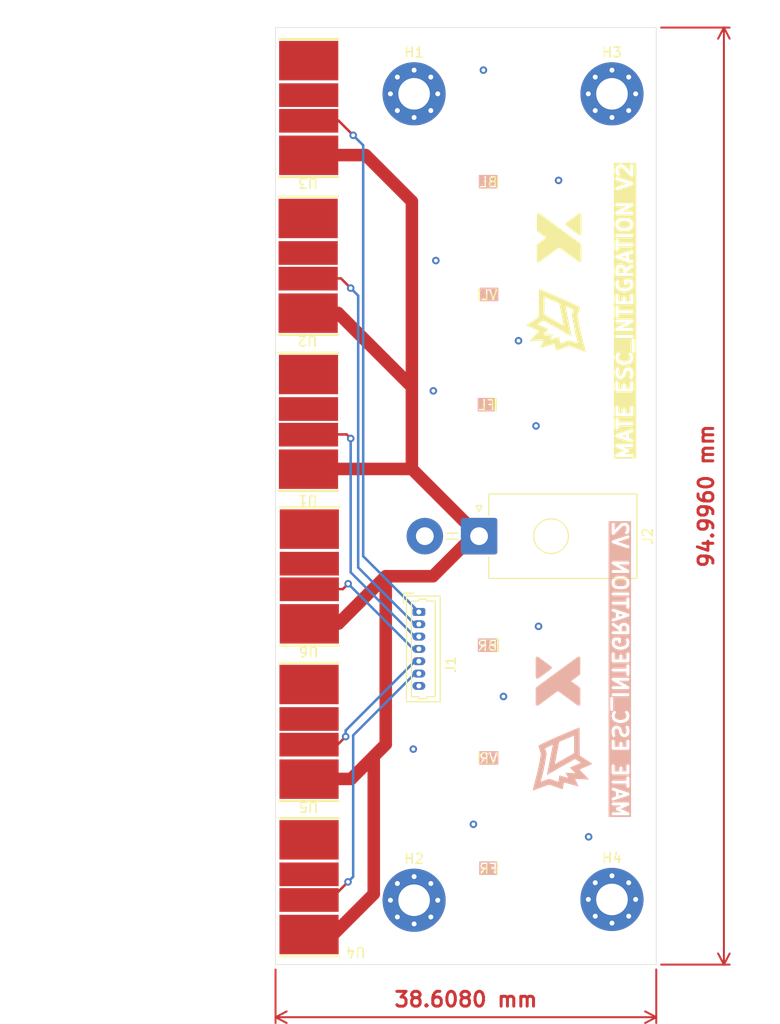
<source format=kicad_pcb>
(kicad_pcb (version 20221018) (generator pcbnew)
  (title_block (title "ESC_Integration") (rev "v01") (comment 2 "Author: M. Liu"))
  (layers (0 "F.Cu" signal) (31 "B.Cu" signal) (34 "B.Paste" user) (35 "F.Paste" user) (36 "B.SilkS" user "B.Silkscreen") (37 "F.SilkS" user "F.Silkscreen") (38 "B.Mask" user) (39 "F.Mask" user) (44 "Edge.Cuts" user))
  (net 0 "")
  (net 1 "PWM_FL")
  (net 2 "PWM_VL")
  (net 3 "PWM_BL")
  (net 4 "PWM_FR")
  (net 5 "PWM_VR")
  (net 6 "PWM_BR")
  (net 7 "GND")
  (net 8 "VIN")
  (footprint "MountingHole:MountingHole_3.2mm_M3_Pad_Via" (layer "F.Cu") (at 169.244944 50.914)
    (fp_text reference "H3" (at 0 -4.2) (layer "F.SilkS"))
    (fp_text value "MountingHole")
    (pad "1" thru_hole circle (at -2.4 0) (size 0.8 0.8) (drill 0.5) (layers "*.Cu" "*.Mask"))
    (pad "1" thru_hole circle (at -1.697056 -1.697056) (size 0.8 0.8) (drill 0.5) (layers "*.Cu" "*.Mask"))
    (pad "1" thru_hole circle (at -1.697056 1.697056) (size 0.8 0.8) (drill 0.5) (layers "*.Cu" "*.Mask"))
    (pad "1" thru_hole circle (at 0 -2.4) (size 0.8 0.8) (drill 0.5) (layers "*.Cu" "*.Mask"))
    (pad "1" thru_hole circle (at 0 0) (size 6.4 6.4) (drill 3.2) (layers "*.Cu" "*.Mask"))
    (pad "1" thru_hole circle (at 0 2.4) (size 0.8 0.8) (drill 0.5) (layers "*.Cu" "*.Mask"))
    (pad "1" thru_hole circle (at 1.697056 -1.697056) (size 0.8 0.8) (drill 0.5) (layers "*.Cu" "*.Mask"))
    (pad "1" thru_hole circle (at 1.697056 1.697056) (size 0.8 0.8) (drill 0.5) (layers "*.Cu" "*.Mask"))
    (pad "1" thru_hole circle (at 2.4 0) (size 0.8 0.8) (drill 0.5) (layers "*.Cu" "*.Mask"))
  )
  (footprint "ESC:ESC" (layer "F.Cu") (at 126.492 52.324 180)
    (fp_text reference "U3" (at -11.938 -7.62 180 unlocked) (layer "F.SilkS"))
    (fp_text value "~" hide)
    (pad "4" smd rect (at -12 -4.82462 180) (size 6 4) (layers "F.Cu" "F.Paste" "F.Mask") (net 8 "VIN"))
    (pad "5" smd rect (at -12 -1.32462 180) (size 6 2.4) (layers "F.Cu" "F.Paste" "F.Mask") (net 3 "PWM_BL"))
    (pad "6" smd rect (at -12 1.27538 180) (size 6 2.4) (layers "F.Cu" "F.Paste" "F.Mask") (net 7 "GND"))
    (pad "6" smd rect (at -12 4.77538 180) (size 6 4) (layers "F.Cu" "F.Paste" "F.Mask") (net 7 "GND"))
  )
  (footprint "Connector_Molex:Molex_PicoBlade_53047-0710_1x07_P1.25mm_Vertical" (layer "F.Cu") (at 149.664 103.438 -90)
    (fp_text reference "J1" (at 5.346 -3.216547 90) (layer "F.SilkS"))
    (fp_text value "Conn_01x07")
    (pad "1" thru_hole roundrect (at 0 0 270) (size 0.8 1.3) (drill 0.5) (layers "*.Cu" "*.Mask") (net 3 "PWM_BL"))
    (pad "2" thru_hole oval (at 1.25 0 270) (size 0.8 1.3) (drill 0.5) (layers "*.Cu" "*.Mask") (net 2 "PWM_VL"))
    (pad "3" thru_hole oval (at 2.5 0 270) (size 0.8 1.3) (drill 0.5) (layers "*.Cu" "*.Mask") (net 1 "PWM_FL"))
    (pad "4" thru_hole oval (at 3.75 0 270) (size 0.8 1.3) (drill 0.5) (layers "*.Cu" "*.Mask") (net 6 "PWM_BR"))
    (pad "5" thru_hole oval (at 5 0 270) (size 0.8 1.3) (drill 0.5) (layers "*.Cu" "*.Mask") (net 5 "PWM_VR"))
    (pad "6" thru_hole oval (at 6.25 0 270) (size 0.8 1.3) (drill 0.5) (layers "*.Cu" "*.Mask") (net 4 "PWM_FR"))
    (pad "7" thru_hole oval (at 7.5 0 270) (size 0.8 1.3) (drill 0.5) (layers "*.Cu" "*.Mask") (net 7 "GND"))
  )
  (footprint "ESC:ESC" (layer "F.Cu") (at 126.554 99.822 180)
    (fp_text reference "U6" (at -11.938 -7.62 180 unlocked) (layer "F.SilkS"))
    (fp_text value "~")
    (pad "4" smd rect (at -12 -4.82462 180) (size 6 4) (layers "F.Cu" "F.Paste" "F.Mask") (net 8 "VIN"))
    (pad "5" smd rect (at -12 -1.32462 180) (size 6 2.4) (layers "F.Cu" "F.Paste" "F.Mask") (net 6 "PWM_BR"))
    (pad "6" smd rect (at -12 1.27538 180) (size 6 2.4) (layers "F.Cu" "F.Paste" "F.Mask") (net 7 "GND"))
    (pad "6" smd rect (at -12 4.77538 180) (size 6 4) (layers "F.Cu" "F.Paste" "F.Mask") (net 7 "GND"))
  )
  (footprint "ESC:ESC" (layer "F.Cu") (at 126.525453 131.318 180)
    (fp_text reference "U4" (at -16.730547 -6.604 180 unlocked) (layer "F.SilkS"))
    (fp_text value "~")
    (pad "4" smd rect (at -12 -4.82462 180) (size 6 4) (layers "F.Cu" "F.Paste" "F.Mask") (net 8 "VIN"))
    (pad "5" smd rect (at -12 -1.32462 180) (size 6 2.4) (layers "F.Cu" "F.Paste" "F.Mask") (net 4 "PWM_FR"))
    (pad "6" smd rect (at -12 1.27538 180) (size 6 2.4) (layers "F.Cu" "F.Paste" "F.Mask") (net 7 "GND"))
    (pad "6" smd rect (at -12 4.77538 180) (size 6 4) (layers "F.Cu" "F.Paste" "F.Mask") (net 7 "GND"))
  )
  (footprint "MountingHole:MountingHole_3.2mm_M3_Pad_Via" (layer "F.Cu") (at 149.178944 132.668944)
    (fp_text reference "H2" (at 0 -4.2) (layer "F.SilkS"))
    (fp_text value "MountingHole")
    (pad "1" thru_hole circle (at -2.4 0) (size 0.8 0.8) (drill 0.5) (layers "*.Cu" "*.Mask"))
    (pad "1" thru_hole circle (at -1.697056 -1.697056) (size 0.8 0.8) (drill 0.5) (layers "*.Cu" "*.Mask"))
    (pad "1" thru_hole circle (at -1.697056 1.697056) (size 0.8 0.8) (drill 0.5) (layers "*.Cu" "*.Mask"))
    (pad "1" thru_hole circle (at 0 -2.4) (size 0.8 0.8) (drill 0.5) (layers "*.Cu" "*.Mask"))
    (pad "1" thru_hole circle (at 0 0) (size 6.4 6.4) (drill 3.2) (layers "*.Cu" "*.Mask"))
    (pad "1" thru_hole circle (at 0 2.4) (size 0.8 0.8) (drill 0.5) (layers "*.Cu" "*.Mask"))
    (pad "1" thru_hole circle (at 1.697056 -1.697056) (size 0.8 0.8) (drill 0.5) (layers "*.Cu" "*.Mask"))
    (pad "1" thru_hole circle (at 1.697056 1.697056) (size 0.8 0.8) (drill 0.5) (layers "*.Cu" "*.Mask"))
    (pad "1" thru_hole circle (at 2.4 0) (size 0.8 0.8) (drill 0.5) (layers "*.Cu" "*.Mask"))
  )
  (footprint "ESC:ESC" (layer "F.Cu") (at 126.436453 68.326 180)
    (fp_text reference "U2" (at -11.938 -7.62 180 unlocked) (layer "F.SilkS"))
    (fp_text value "~")
    (pad "4" smd rect (at -12 -4.82462 180) (size 6 4) (layers "F.Cu" "F.Paste" "F.Mask") (net 8 "VIN"))
    (pad "5" smd rect (at -12 -1.32462 180) (size 6 2.4) (layers "F.Cu" "F.Paste" "F.Mask") (net 2 "PWM_VL"))
    (pad "6" smd rect (at -12 1.27538 180) (size 6 2.4) (layers "F.Cu" "F.Paste" "F.Mask") (net 7 "GND"))
    (pad "6" smd rect (at -12 4.77538 180) (size 6 4) (layers "F.Cu" "F.Paste" "F.Mask") (net 7 "GND"))
  )
  (footprint "Brandings:10x10mm_Branding" (layer "F.Cu") (at 163.83 65.532 90)
    (fp_text reference "G***" hide)
    (fp_text value "LOGO" hide)
  )
  (footprint "MountingHole:MountingHole_3.2mm_M3_Pad_Via" (layer "F.Cu") (at 149.178944 50.914)
    (fp_text reference "H1" (at 0 -4.2) (layer "F.SilkS"))
    (fp_text value "MountingHole")
    (pad "1" thru_hole circle (at -2.4 0) (size 0.8 0.8) (drill 0.5) (layers "*.Cu" "*.Mask"))
    (pad "1" thru_hole circle (at -1.697056 -1.697056) (size 0.8 0.8) (drill 0.5) (layers "*.Cu" "*.Mask"))
    (pad "1" thru_hole circle (at -1.697056 1.697056) (size 0.8 0.8) (drill 0.5) (layers "*.Cu" "*.Mask"))
    (pad "1" thru_hole circle (at 0 -2.4) (size 0.8 0.8) (drill 0.5) (layers "*.Cu" "*.Mask"))
    (pad "1" thru_hole circle (at 0 0) (size 6.4 6.4) (drill 3.2) (layers "*.Cu" "*.Mask"))
    (pad "1" thru_hole circle (at 0 2.4) (size 0.8 0.8) (drill 0.5) (layers "*.Cu" "*.Mask"))
    (pad "1" thru_hole circle (at 1.697056 -1.697056) (size 0.8 0.8) (drill 0.5) (layers "*.Cu" "*.Mask"))
    (pad "1" thru_hole circle (at 1.697056 1.697056) (size 0.8 0.8) (drill 0.5) (layers "*.Cu" "*.Mask"))
    (pad "1" thru_hole circle (at 2.4 0) (size 0.8 0.8) (drill 0.5) (layers "*.Cu" "*.Mask"))
  )
  (footprint "Brandings:Muruex Logo" (layer "F.Cu") (at 166.002179 74.165214 90)
    (fp_text reference "G***" hide)
    (fp_text value "LOGO" hide)
  )
  (footprint "Connector_Molex:Molex_Mega-Fit_76825-0002_2x01_P5.70mm_Horizontal" (layer "F.Cu") (at 155.768 95.758 -90)
    (fp_text reference "J2" (at 0 -17.1 90) (layer "F.SilkS"))
    (fp_text value "Conn_01x02")
    (pad "" np_thru_hole circle (at 0 -7.3 270) (size 3 3) (drill 3) (layers "*.Cu" "*.Mask"))
    (pad "1" thru_hole roundrect (at 0 0 270) (size 3.7 3.7) (drill 1.8) (layers "*.Cu" "*.Mask") (roundrect_rratio 0.06756810811) (net 8 "VIN"))
    (pad "2" thru_hole circle (at 0 5.5 270) (size 3.7 3.7) (drill 1.8) (layers "*.Cu" "*.Mask") (net 7 "GND"))
  )
  (footprint "ESC:ESC" (layer "F.Cu") (at 126.525453 115.57 180)
    (fp_text reference "U5" (at -11.938 -7.62 180 unlocked) (layer "F.SilkS"))
    (fp_text value "~")
    (pad "4" smd rect (at -12 -4.82462 180) (size 6 4) (layers "F.Cu" "F.Paste" "F.Mask") (net 8 "VIN"))
    (pad "5" smd rect (at -12 -1.32462 180) (size 6 2.4) (layers "F.Cu" "F.Paste" "F.Mask") (net 5 "PWM_VR"))
    (pad "6" smd rect (at -12 1.27538 180) (size 6 2.4) (layers "F.Cu" "F.Paste" "F.Mask") (net 7 "GND"))
    (pad "6" smd rect (at -12 4.77538 180) (size 6 4) (layers "F.Cu" "F.Paste" "F.Mask") (net 7 "GND"))
  )
  (footprint "ESC:ESC" (layer "F.Cu") (at 126.469906 84.144547 180)
    (fp_text reference "U1" (at -11.938 -7.961735 180 unlocked) (layer "F.SilkS"))
    (fp_text value "~")
    (pad "4" smd rect (at -12 -4.82462 180) (size 6 4) (layers "F.Cu" "F.Paste" "F.Mask") (net 8 "VIN"))
    (pad "5" smd rect (at -12 -1.32462 180) (size 6 2.4) (layers "F.Cu" "F.Paste" "F.Mask") (net 1 "PWM_FL"))
    (pad "6" smd rect (at -12 1.27538 180) (size 6 2.4) (layers "F.Cu" "F.Paste" "F.Mask") (net 7 "GND"))
    (pad "6" smd rect (at -12 4.77538 180) (size 6 4) (layers "F.Cu" "F.Paste" "F.Mask") (net 7 "GND"))
  )
  (footprint "MountingHole:MountingHole_3.2mm_M3_Pad_Via" (layer "F.Cu") (at 169.244944 132.588)
    (fp_text reference "H4" (at 0 -4.2) (layer "F.SilkS"))
    (fp_text value "MountingHole")
    (pad "1" thru_hole circle (at -2.4 0) (size 0.8 0.8) (drill 0.5) (layers "*.Cu" "*.Mask"))
    (pad "1" thru_hole circle (at -1.697056 -1.697056) (size 0.8 0.8) (drill 0.5) (layers "*.Cu" "*.Mask"))
    (pad "1" thru_hole circle (at -1.697056 1.697056) (size 0.8 0.8) (drill 0.5) (layers "*.Cu" "*.Mask"))
    (pad "1" thru_hole circle (at 0 -2.4) (size 0.8 0.8) (drill 0.5) (layers "*.Cu" "*.Mask"))
    (pad "1" thru_hole circle (at 0 0) (size 6.4 6.4) (drill 3.2) (layers "*.Cu" "*.Mask"))
    (pad "1" thru_hole circle (at 0 2.4) (size 0.8 0.8) (drill 0.5) (layers "*.Cu" "*.Mask"))
    (pad "1" thru_hole circle (at 1.697056 -1.697056) (size 0.8 0.8) (drill 0.5) (layers "*.Cu" "*.Mask"))
    (pad "1" thru_hole circle (at 1.697056 1.697056) (size 0.8 0.8) (drill 0.5) (layers "*.Cu" "*.Mask"))
    (pad "1" thru_hole circle (at 2.4 0) (size 0.8 0.8) (drill 0.5) (layers "*.Cu" "*.Mask"))
  )
  (footprint "Brandings:10x10mm_Branding" (layer "B.Cu") (at 163.83 110.49 90)
    (fp_text reference "G***" hide)
    (fp_text value "LOGO" hide)
  )
  (footprint "Brandings:Muruex Logo" (layer "B.Cu") (at 161.798 118.618 90)
    (fp_text reference "G***" hide)
    (fp_text value "LOGO" hide)
  )
  (gr_rect (start 135.128 44.196) (end 173.736 139.192) (stroke (width 0.0508)) (fill none) (layer "Edge.Cuts"))
  (gr_text "MATE ESC_INTEGRATION V2" (at 169.164 124.46 -90) (layer "B.SilkS" knockout) (effects (font (size 1.5 1.5) (thickness 0.3) bold) (justify left bottom mirror)))
  (gr_text "BL" (at 157.734 60.452) (layer "B.SilkS" knockout) (effects (font (size 1 1)) (justify left bottom mirror)))
  (gr_text "FR" (at 157.734 130.048) (layer "B.SilkS" knockout) (effects (font (size 1 1)) (justify left bottom mirror)))
  (gr_text "BR" (at 157.734 107.442) (layer "B.SilkS" knockout) (effects (font (size 1 1)) (justify left bottom mirror)))
  (gr_text "FL" (at 157.48 83.058) (layer "B.SilkS" knockout) (effects (font (size 1 1)) (justify left bottom mirror)))
  (gr_text "VL" (at 157.734 71.882) (layer "B.SilkS" knockout) (effects (font (size 1 1)) (justify left bottom mirror)))
  (gr_text "VR" (at 157.734 118.872) (layer "B.SilkS" knockout) (effects (font (size 1 1)) (justify left bottom mirror)))
  (gr_text "VL" (at 155.702 71.882) (layer "F.SilkS" knockout) (effects (font (size 1 1)) (justify left bottom)))
  (gr_text "FR" (at 155.702 130.048) (layer "F.SilkS" knockout) (effects (font (size 1 1)) (justify left bottom)))
  (gr_text "FL" (at 155.702 83.058) (layer "F.SilkS" knockout) (effects (font (size 1 1)) (justify left bottom)))
  (gr_text "BR" (at 155.702 107.442) (layer "F.SilkS" knockout) (effects (font (size 1 1)) (justify left bottom)))
  (gr_text "MATE ESC_INTEGRATION V2" (at 171.45 88.138 90) (layer "F.SilkS" knockout) (effects (font (size 1.5 1.5) (thickness 0.3) bold) (justify left bottom)))
  (gr_text "BL" (at 155.702 60.452) (layer "F.SilkS" knockout) (effects (font (size 1 1)) (justify left bottom)))
  (gr_text "VR" (at 155.702 118.872) (layer "F.SilkS" knockout) (effects (font (size 1 1)) (justify left bottom)))
  (dimension (type aligned) (layer "F.Cu") (pts (xy 135.128 139.192) (xy 173.736 139.192)) (height 5.334) (gr_text "38.6080 mm" (at 154.432 142.726) (layer "F.Cu") (effects (font (size 1.5 1.5) (thickness 0.3)))) (format (prefix "") (suffix "") (units 3) (units_format 1) (precision 4)) (style (thickness 0.2) (arrow_length 1.27) (text_position_mode 0) (extension_height 0.58642) (extension_offset 0.5) keep_text_aligned))
  (dimension (type aligned) (layer "F.Cu") (pts (xy 173.736 44.196) (xy 173.736 139.192)) (height -6.858) (gr_text "94.9960 mm" (at 178.794 91.694 90) (layer "F.Cu") (effects (font (size 1.5 1.5) (thickness 0.3)))) (format (prefix "") (suffix "") (units 3) (units_format 1) (precision 4)) (style (thickness 0.2) (arrow_length 1.27) (text_position_mode 0) (extension_height 0.58642) (extension_offset 0.5) keep_text_aligned))
  (segment (start 142.7485 85.852) (end 142.341047 85.444547) (width 0.254) (layer "F.Cu") (net 1))
  (segment (start 142.341047 85.444547) (end 138.469906 85.444547) (width 0.254) (layer "F.Cu") (net 1))
  (via (at 142.7485 85.852) (size 0.762) (drill 0.381) (layers "F.Cu" "B.Cu") (net 1))
  (segment (start 149.664 105.938) (end 149.26 105.938) (width 0.254) (layer "B.Cu") (net 1))
  (segment (start 142.7485 99.4265) (end 142.7485 85.852) (width 0.254) (layer "B.Cu") (net 1))
  (segment (start 149.26 105.938) (end 142.7485 99.4265) (width 0.254) (layer "B.Cu") (net 1))
  (segment (start 142.748 70.612) (end 141.762 69.626) (width 0.254) (layer "F.Cu") (net 2))
  (segment (start 141.762 69.626) (end 138.436453 69.626) (width 0.254) (layer "F.Cu") (net 2))
  (via (at 142.748 70.612) (size 0.762) (drill 0.381) (layers "F.Cu" "B.Cu") (net 2))
  (segment (start 143.51 98.938) (end 143.51 71.374) (width 0.254) (layer "B.Cu") (net 2))
  (segment (start 149.26 104.688) (end 143.51 98.938) (width 0.254) (layer "B.Cu") (net 2))
  (segment (start 149.664 104.688) (end 149.26 104.688) (width 0.254) (layer "B.Cu") (net 2))
  (segment (start 143.51 71.374) (end 142.748 70.612) (width 0.254) (layer "B.Cu") (net 2))
  (segment (start 141.508 53.624) (end 138.492 53.624) (width 0.254) (layer "F.Cu") (net 3))
  (segment (start 143.002 55.118) (end 141.508 53.624) (width 0.254) (layer "F.Cu") (net 3))
  (via (at 143.002 55.118) (size 0.762) (drill 0.381) (layers "F.Cu" "B.Cu") (net 3))
  (segment (start 144.018 97.792) (end 144.018 56.134) (width 0.254) (layer "B.Cu") (net 3))
  (segment (start 149.664 103.438) (end 144.018 97.792) (width 0.254) (layer "B.Cu") (net 3))
  (segment (start 144.018 56.134) (end 143.002 55.118) (width 0.254) (layer "B.Cu") (net 3))
  (segment (start 142.4765 130.81) (end 140.6685 132.618) (width 0.254) (layer "F.Cu") (net 4))
  (segment (start 140.6685 132.618) (end 138.525453 132.618) (width 0.254) (layer "F.Cu") (net 4))
  (via (at 142.4765 130.81) (size 0.762) (drill 0.381) (layers "F.Cu" "B.Cu") (net 4))
  (segment (start 143.002 115.946) (end 143.002 130.2845) (width 0.254) (layer "B.Cu") (net 4))
  (segment (start 149.664 109.688) (end 149.26 109.688) (width 0.254) (layer "B.Cu") (net 4))
  (segment (start 143.002 130.2845) (end 142.4765 130.81) (width 0.254) (layer "B.Cu") (net 4))
  (segment (start 149.26 109.688) (end 143.002 115.946) (width 0.254) (layer "B.Cu") (net 4))
  (segment (start 141.448 116.87) (end 138.525453 116.87) (width 0.254) (layer "F.Cu") (net 5))
  (segment (start 142.24 116.078) (end 141.448 116.87) (width 0.254) (layer "F.Cu") (net 5))
  (via (at 142.24 116.078) (size 0.762) (drill 0.381) (layers "F.Cu" "B.Cu") (net 5))
  (segment (start 142.24 115.458) (end 142.24 116.078) (width 0.254) (layer "B.Cu") (net 5))
  (segment (start 149.664 108.438) (end 149.26 108.438) (width 0.254) (layer "B.Cu") (net 5))
  (segment (start 149.26 108.438) (end 142.24 115.458) (width 0.254) (layer "B.Cu") (net 5))
  (segment (start 142.494 100.584) (end 141.956 101.122) (width 0.254) (layer "F.Cu") (net 6))
  (segment (start 141.956 101.122) (end 138.554 101.122) (width 0.254) (layer "F.Cu") (net 6))
  (via (at 142.494 100.584) (size 0.762) (drill 0.381) (layers "F.Cu" "B.Cu") (net 6))
  (segment (start 149.098 107.188) (end 142.494 100.584) (width 0.254) (layer "B.Cu") (net 6))
  (segment (start 149.664 107.188) (end 149.098 107.188) (width 0.254) (layer "B.Cu") (net 6))
  (via (at 156.21 48.514) (size 0.762) (drill 0.381) (layers "F.Cu" "B.Cu") (net 7))
  (via (at 159.766 75.946) (size 0.762) (drill 0.381) (layers "F.Cu" "B.Cu") (net 7))
  (via (at 151.384 67.818) (size 0.762) (drill 0.381) (layers "F.Cu" "B.Cu") (net 7))
  (via (at 151.13 81.026) (size 0.762) (drill 0.381) (layers "F.Cu" "B.Cu") (net 7))
  (via (at 161.544 84.582) (size 0.762) (drill 0.381) (layers "F.Cu" "B.Cu") (net 7))
  (via (at 155.194 124.968) (size 0.762) (drill 0.381) (layers "F.Cu" "B.Cu") (net 7))
  (via (at 166.878 126.238) (size 0.762) (drill 0.381) (layers "F.Cu" "B.Cu") (net 7))
  (via (at 163.83 59.69) (size 0.762) (drill 0.381) (layers "F.Cu" "B.Cu") (net 7))
  (via (at 158.242 112.014) (size 0.762) (drill 0.381) (layers "F.Cu" "B.Cu") (net 7))
  (via (at 149.098 117.348) (size 0.762) (drill 0.381) (layers "F.Cu" "B.Cu") (net 7))
  (via (at 161.798 104.902) (size 0.762) (drill 0.381) (layers "F.Cu" "B.Cu") (net 7))
  (segment (start 145.089944 118.075509) (end 145.089944 132.031509) (width 1.27) (layer "F.Cu") (net 8))
  (segment (start 148.954547 80.628547) (end 141.452 73.126) (width 1.27) (layer "F.Cu") (net 8))
  (segment (start 146.304 116.861453) (end 142.795453 120.37) (width 1.27) (layer "F.Cu") (net 8))
  (segment (start 151.089921 99.822) (end 146.304 99.822) (width 1.27) (layer "F.Cu") (net 8))
  (segment (start 148.954547 80.628547) (end 148.954547 61.814495) (width 1.27) (layer "F.Cu") (net 8))
  (segment (start 146.304 99.822) (end 146.304 116.861453) (width 1.27) (layer "F.Cu") (net 8))
  (segment (start 148.954547 61.814495) (end 144.264052 57.124) (width 1.27) (layer "F.Cu") (net 8))
  (segment (start 155.153921 95.758) (end 151.089921 99.822) (width 1.27) (layer "F.Cu") (net 8))
  (segment (start 144.264052 57.124) (end 138.492 57.124) (width 1.27) (layer "F.Cu") (net 8))
  (segment (start 148.954547 88.944547) (end 138.469906 88.944547) (width 1.27) (layer "F.Cu") (net 8))
  (segment (start 146.304 116.861453) (end 145.089944 118.075509) (width 1.27) (layer "F.Cu") (net 8))
  (segment (start 141.504 104.622) (end 138.554 104.622) (width 1.27) (layer "F.Cu") (net 8))
  (segment (start 145.089944 132.031509) (end 141.003453 136.118) (width 1.27) (layer "F.Cu") (net 8))
  (segment (start 141.452 73.126) (end 138.436453 73.126) (width 1.27) (layer "F.Cu") (net 8))
  (segment (start 155.768 95.758) (end 148.954547 88.944547) (width 1.27) (layer "F.Cu") (net 8))
  (segment (start 142.795453 120.37) (end 138.525453 120.37) (width 1.27) (layer "F.Cu") (net 8))
  (segment (start 155.768 95.758) (end 155.153921 95.758) (width 1.27) (layer "F.Cu") (net 8))
  (segment (start 148.954547 88.944547) (end 148.954547 80.628547) (width 1.27) (layer "F.Cu") (net 8))
  (segment (start 141.003453 136.118) (end 138.525453 136.118) (width 1.27) (layer "F.Cu") (net 8))
  (segment (start 146.304 99.822) (end 141.504 104.622) (width 1.27) (layer "F.Cu") (net 8))
)
</source>
